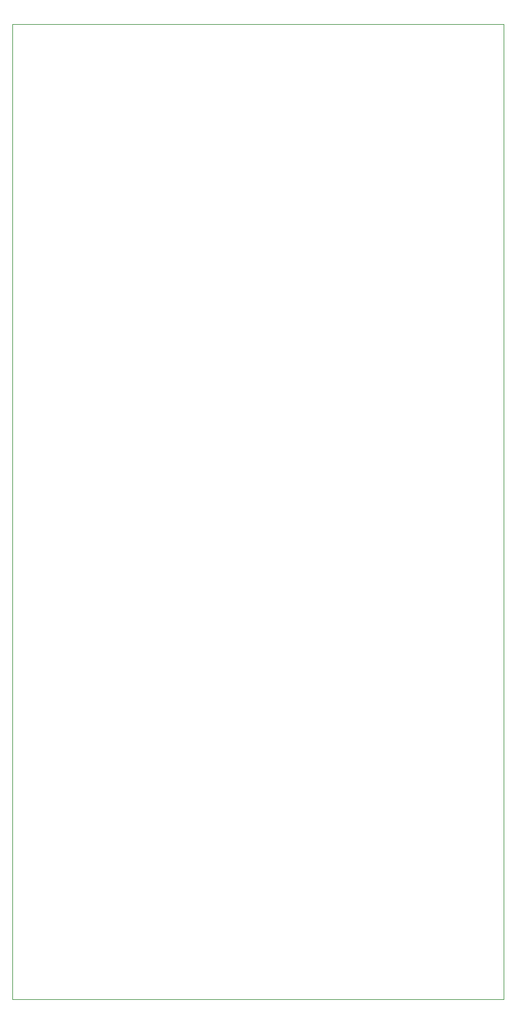
<source format=gbr>
G04 #@! TF.GenerationSoftware,KiCad,Pcbnew,5.1.5-52549c5~84~ubuntu18.04.1*
G04 #@! TF.CreationDate,2020-06-07T18:01:10-07:00*
G04 #@! TF.ProjectId,ram,72616d2e-6b69-4636-9164-5f7063625858,rev?*
G04 #@! TF.SameCoordinates,Original*
G04 #@! TF.FileFunction,Profile,NP*
%FSLAX46Y46*%
G04 Gerber Fmt 4.6, Leading zero omitted, Abs format (unit mm)*
G04 Created by KiCad (PCBNEW 5.1.5-52549c5~84~ubuntu18.04.1) date 2020-06-07 18:01:10*
%MOMM*%
%LPD*%
G04 APERTURE LIST*
%ADD10C,0.050000*%
G04 APERTURE END LIST*
D10*
X172720000Y34290000D02*
X172720000Y-99060000D01*
X172720000Y34290000D02*
X240030000Y34290000D01*
X240030000Y-99060000D02*
X172720000Y-99060000D01*
X240030000Y34290000D02*
X240030000Y-99060000D01*
M02*

</source>
